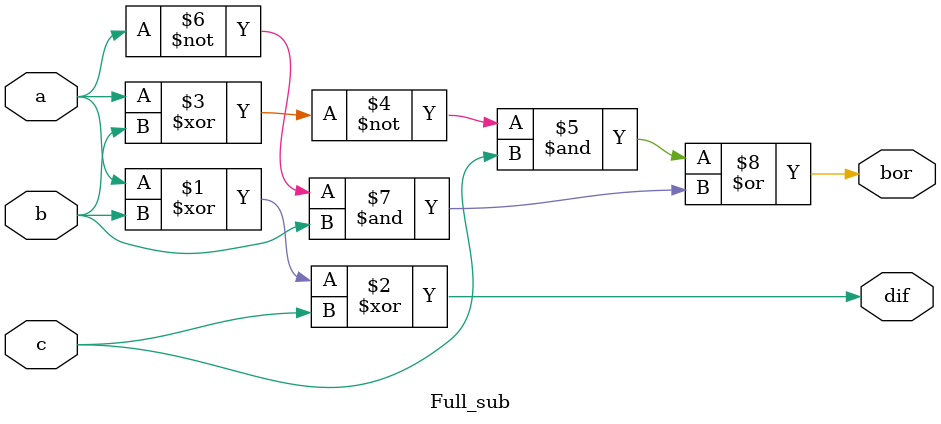
<source format=v>
module Full_sub(a,b,c,dif,bor);
input a,b,c;
output dif,bor;
assign dif=a^b^c;
assign bor=((~(a^b))&c)|(~a&b);
endmodule

</source>
